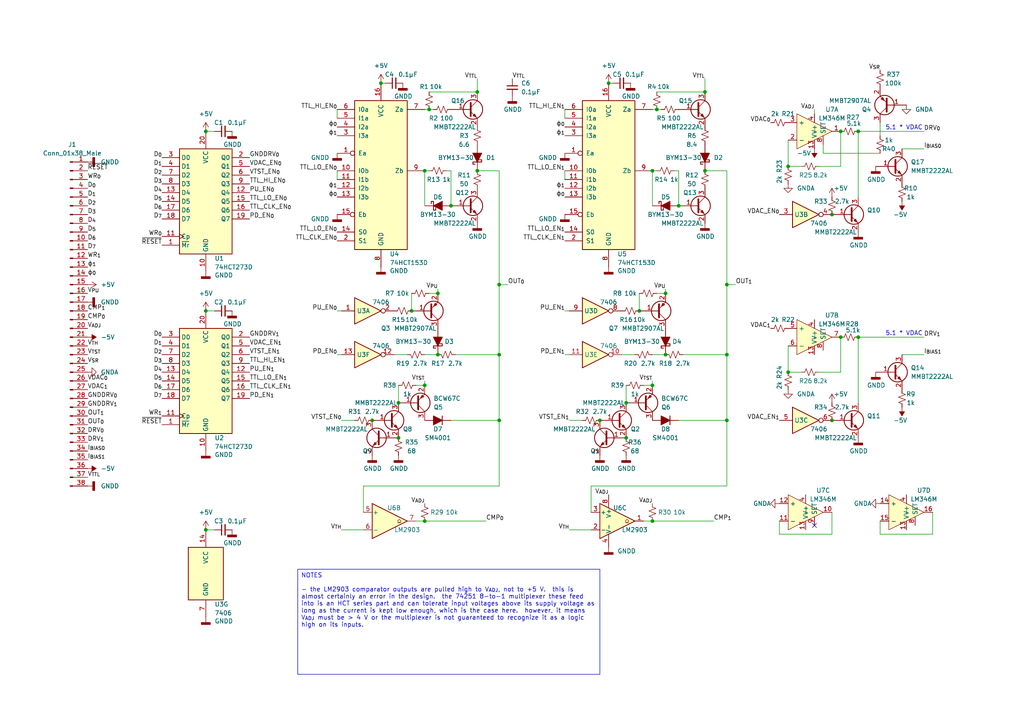
<source format=kicad_sch>
(kicad_sch (version 20231120) (generator "eeschema") (generator_version "8.0")
  (paper "A4")
  (title_block (title "ALLPRO88 Pin Driver Hybrid") (date "2024-10-10") (comment 1 "Drawn by Kipp Cannon"))
  (junction (at 110.49 24.13))
  (junction (at 189.23 151.13))
  (junction (at 138.43 26.67))
  (junction (at 115.57 127))
  (junction (at 144.78 121.92))
  (junction (at 228.6 48.26))
  (junction (at 204.47 49.53))
  (junction (at 127 85.09))
  (junction (at 181.61 116.84))
  (junction (at 228.6 107.95))
  (junction (at 189.23 49.53))
  (junction (at 144.78 102.87))
  (junction (at 204.47 26.67))
  (junction (at 176.53 24.13))
  (junction (at 123.19 151.13))
  (junction (at 241.3 121.92))
  (junction (at 190.5 31.75))
  (junction (at 173.99 121.92))
  (junction (at 193.04 102.87))
  (junction (at 181.61 127))
  (junction (at 144.78 82.55))
  (junction (at 138.43 49.53))
  (junction (at 59.69 90.17))
  (junction (at 127 102.87))
  (junction (at 210.82 82.55))
  (junction (at 243.84 97.79))
  (junction (at 123.19 111.76))
  (junction (at 210.82 121.92))
  (junction (at 130.81 59.69))
  (junction (at 189.23 111.76))
  (junction (at 115.57 116.84))
  (junction (at 248.92 38.1))
  (junction (at 241.3 62.23))
  (junction (at 124.46 31.75))
  (junction (at 243.84 38.1))
  (junction (at 59.69 153.67))
  (junction (at 193.04 85.09))
  (junction (at 185.42 90.17))
  (junction (at 196.85 59.69))
  (junction (at 123.19 49.53))
  (junction (at 119.38 90.17))
  (junction (at 210.82 102.87))
  (junction (at 248.92 97.79))
  (junction (at 59.69 38.1))
  (junction (at 107.95 121.92))
  (no_connect (at 236.22 152.4))
  (wire (pts (xy 186.69 111.76) (xy 189.23 111.76)))
  (wire (pts (xy 210.82 49.53) (xy 204.47 49.53)))
  (wire (pts (xy 144.78 49.53) (xy 144.78 82.55)))
  (wire (pts (xy 163.83 49.53) (xy 163.83 52.07)))
  (wire (pts (xy 226.06 151.13) (xy 226.06 154.94)))
  (wire (pts (xy 198.12 102.87) (xy 210.82 102.87)))
  (wire (pts (xy 232.41 48.26) (xy 228.6 48.26)))
  (wire (pts (xy 196.85 121.92) (xy 210.82 121.92)))
  (wire (pts (xy 248.92 97.79) (xy 248.92 116.84)))
  (wire (pts (xy 213.36 82.55) (xy 210.82 82.55)))
  (wire (pts (xy 165.1 153.67) (xy 171.45 153.67)))
  (wire (pts (xy 144.78 102.87) (xy 144.78 121.92)))
  (wire (pts (xy 255.27 35.56) (xy 255.27 39.37)))
  (wire (pts (xy 99.06 153.67) (xy 105.41 153.67)))
  (wire (pts (xy 255.27 154.94) (xy 270.51 154.94)))
  (wire (pts (xy 195.58 49.53) (xy 196.85 49.53)))
  (wire (pts (xy 196.85 49.53) (xy 196.85 59.69)))
  (wire (pts (xy 124.46 49.53) (xy 123.19 49.53)))
  (wire (pts (xy 248.92 38.1) (xy 248.92 57.15)))
  (wire (pts (xy 190.5 26.67) (xy 204.47 26.67)))
  (wire (pts (xy 130.81 49.53) (xy 129.54 49.53)))
  (wire (pts (xy 177.8 24.13) (xy 176.53 24.13)))
  (wire (pts (xy 189.23 102.87) (xy 193.04 102.87)))
  (wire (pts (xy 123.19 151.13) (xy 140.97 151.13)))
  (wire (pts (xy 163.83 102.87) (xy 165.1 102.87)))
  (wire (pts (xy 190.5 31.75) (xy 189.23 31.75)))
  (wire (pts (xy 210.82 102.87) (xy 210.82 121.92)))
  (wire (pts (xy 243.84 38.1) (xy 243.84 48.26)))
  (wire (pts (xy 210.82 49.53) (xy 210.82 82.55)))
  (wire (pts (xy 115.57 111.76) (xy 115.57 116.84)))
  (wire (pts (xy 118.11 102.87) (xy 114.3 102.87)))
  (wire (pts (xy 185.42 85.09) (xy 185.42 90.17)))
  (wire (pts (xy 62.23 153.67) (xy 59.69 153.67)))
  (wire (pts (xy 210.82 121.92) (xy 210.82 140.97)))
  (wire (pts (xy 62.23 90.17) (xy 59.69 90.17)))
  (wire (pts (xy 120.65 111.76) (xy 123.19 111.76)))
  (wire (pts (xy 125.73 31.75) (xy 124.46 31.75)))
  (wire (pts (xy 255.27 151.13) (xy 255.27 154.94)))
  (wire (pts (xy 189.23 151.13) (xy 186.69 151.13)))
  (wire (pts (xy 241.3 154.94) (xy 241.3 148.59)))
  (wire (pts (xy 190.5 49.53) (xy 189.23 49.53)))
  (wire (pts (xy 191.77 31.75) (xy 190.5 31.75)))
  (wire (pts (xy 124.46 31.75) (xy 123.19 31.75)))
  (wire (pts (xy 243.84 97.79) (xy 243.84 107.95)))
  (wire (pts (xy 111.76 24.13) (xy 110.49 24.13)))
  (wire (pts (xy 163.83 90.17) (xy 165.1 90.17)))
  (wire (pts (xy 210.82 82.55) (xy 210.82 102.87)))
  (wire (pts (xy 237.49 107.95) (xy 243.84 107.95)))
  (wire (pts (xy 123.19 59.69) (xy 123.19 49.53)))
  (wire (pts (xy 190.5 85.09) (xy 193.04 85.09)))
  (wire (pts (xy 99.06 121.92) (xy 102.87 121.92)))
  (wire (pts (xy 97.79 102.87) (xy 99.06 102.87)))
  (wire (pts (xy 189.23 59.69) (xy 189.23 49.53)))
  (wire (pts (xy 97.79 90.17) (xy 99.06 90.17)))
  (wire (pts (xy 97.79 49.53) (xy 97.79 52.07)))
  (wire (pts (xy 130.81 59.69) (xy 130.81 49.53)))
  (wire (pts (xy 138.43 22.86) (xy 138.43 26.67)))
  (wire (pts (xy 180.34 102.87) (xy 184.15 102.87)))
  (wire (pts (xy 189.23 110.49) (xy 189.23 111.76)))
  (wire (pts (xy 97.79 31.75) (xy 97.79 34.29)))
  (wire (pts (xy 181.61 111.76) (xy 181.61 116.84)))
  (wire (pts (xy 226.06 154.94) (xy 241.3 154.94)))
  (wire (pts (xy 270.51 154.94) (xy 270.51 148.59)))
  (wire (pts (xy 124.46 85.09) (xy 127 85.09)))
  (wire (pts (xy 236.22 31.75) (xy 236.22 33.02)))
  (wire (pts (xy 127 83.82) (xy 127 85.09)))
  (wire (pts (xy 147.32 82.55) (xy 144.78 82.55)))
  (wire (pts (xy 138.43 26.67) (xy 124.46 26.67)))
  (wire (pts (xy 171.45 140.97) (xy 171.45 148.59)))
  (wire (pts (xy 232.41 107.95) (xy 228.6 107.95)))
  (wire (pts (xy 105.41 140.97) (xy 144.78 140.97)))
  (wire (pts (xy 238.76 44.45) (xy 238.76 41.91)))
  (wire (pts (xy 119.38 85.09) (xy 119.38 90.17)))
  (wire (pts (xy 163.83 31.75) (xy 163.83 34.29)))
  (wire (pts (xy 165.1 121.92) (xy 168.91 121.92)))
  (wire (pts (xy 130.81 121.92) (xy 144.78 121.92)))
  (wire (pts (xy 193.04 83.82) (xy 193.04 85.09)))
  (wire (pts (xy 171.45 140.97) (xy 210.82 140.97)))
  (wire (pts (xy 228.6 107.95) (xy 228.6 100.33)))
  (wire (pts (xy 207.01 151.13) (xy 189.23 151.13)))
  (wire (pts (xy 267.97 102.87) (xy 261.62 102.87)))
  (wire (pts (xy 144.78 49.53) (xy 138.43 49.53)))
  (wire (pts (xy 144.78 121.92) (xy 144.78 140.97)))
  (wire (pts (xy 238.76 44.45) (xy 255.27 44.45)))
  (wire (pts (xy 123.19 110.49) (xy 123.19 111.76)))
  (wire (pts (xy 267.97 43.18) (xy 261.62 43.18)))
  (wire (pts (xy 228.6 48.26) (xy 228.6 40.64)))
  (wire (pts (xy 267.97 97.79) (xy 248.92 97.79)))
  (wire (pts (xy 132.08 102.87) (xy 144.78 102.87)))
  (wire (pts (xy 105.41 140.97) (xy 105.41 148.59)))
  (wire (pts (xy 204.47 22.86) (xy 204.47 26.67)))
  (wire (pts (xy 62.23 38.1) (xy 59.69 38.1)))
  (wire (pts (xy 267.97 38.1) (xy 248.92 38.1)))
  (wire (pts (xy 123.19 151.13) (xy 120.65 151.13)))
  (wire (pts (xy 144.78 82.55) (xy 144.78 102.87)))
  (wire (pts (xy 237.49 48.26) (xy 243.84 48.26)))
  (wire (pts (xy 123.19 102.87) (xy 127 102.87)))
  (text_box "NOTES\n\n- the LM2903 comparator outputs are pulled high to V_{ADJ}, not to +5 V.  this is almost certainly an error in the design.  the 74251 8-to-1 multiplexer these feed into is an HCT series part and can tolerate input voltages above its supply voltage as long as the current is kept low enough, which is the case here.  however, it means V_{ADJ} must be > 4 V or the multiplexer is not guaranteed to recognize it as a logic high on its inputs." (at 86.36 165.1 0) (size 87.63 30.48) (effects (font (size 1.27 1.27)) (justify left top)))
  (text "5.1 * VDAC" (at 256.794 97.536 0) (effects (font (size 1.27 1.27)) (justify left bottom)))
  (text "5.1 * VDAC" (at 256.794 37.846 0) (effects (font (size 1.27 1.27)) (justify left bottom)))
  (label "DRV_{1}" (at 267.97 97.79 0))
  (label "D_{4}" (at 25.4 64.77 0))
  (label "V_{TH}" (at 99.06 153.67 180))
  (label "~{RESET}" (at 46.99 123.19 180))
  (label "VDAC_EN_{0}" (at 226.06 62.23 180))
  (label "I_{BIAS}_{0}" (at 25.4 130.81 0))
  (label "GNDDRV_{1}" (at 25.4 118.11 0))
  (label "ϕ_{1}" (at 25.4 77.47 0))
  (label "D_{1}" (at 46.99 48.26 180))
  (label "TTL_CLK_EN_{1}" (at 72.39 113.03 0))
  (label "VTST_EN_{0}" (at 72.39 50.8 0))
  (label "TTL_LO_EN_{1}" (at 163.83 49.53 180))
  (label "VDAC_EN_{0}" (at 72.39 48.26 0))
  (label "I_{BIAS}_{1}" (at 267.97 102.87 0))
  (label "WR_{1}" (at 25.4 74.93 0))
  (label "D_{0}" (at 25.4 54.61 0))
  (label "D_{0}" (at 46.99 97.79 180))
  (label "ϕ_{0}" (at 163.83 57.15 180))
  (label "TTL_LO_EN_{1}" (at 163.83 67.31 180))
  (label "VTST_EN_{0}" (at 99.06 121.92 180))
  (label "ϕ_{0}" (at 97.79 36.83 180))
  (label "I_{BIAS}_{0}" (at 267.97 43.18 0))
  (label "D_{5}" (at 46.99 58.42 180))
  (label "V_{PU}" (at 127 83.82 180))
  (label "DRV_{1}" (at 25.4 128.27 0))
  (label "V_{ADJ}" (at 176.53 143.51 180))
  (label "GNDDRV_{1}" (at 72.39 97.79 0))
  (label "TTL_LO_EN_{0}" (at 97.79 49.53 180))
  (label "D_{7}" (at 46.99 115.57 180))
  (label "D_{2}" (at 25.4 59.69 0))
  (label "D_{6}" (at 46.99 113.03 180))
  (label "D_{6}" (at 46.99 60.96 180))
  (label "VTST_EN_{1}" (at 165.1 121.92 180))
  (label "CMP_{0}" (at 140.97 151.13 0))
  (label "V_{TTL}" (at 204.47 22.86 180))
  (label "DRV_{0}" (at 267.97 38.1 0))
  (label "TTL_HI_EN_{1}" (at 72.39 105.41 0))
  (label "TTL_LO_EN_{0}" (at 72.39 58.42 0))
  (label "V_{TTL}" (at 25.4 138.43 0))
  (label "ϕ_{1}" (at 97.79 39.37 180))
  (label "D_{6}" (at 25.4 69.85 0))
  (label "V_{TTL}" (at 138.43 22.86 180))
  (label "ϕ_{0}" (at 163.83 36.83 180))
  (label "ϕ_{1}" (at 163.83 54.61 180))
  (label "D_{7}" (at 25.4 72.39 0))
  (label "I_{BIAS}_{1}" (at 25.4 133.35 0))
  (label "D_{1}" (at 25.4 57.15 0))
  (label "V_{PU}" (at 25.4 85.09 0))
  (label "D_{7}" (at 46.99 63.5 180))
  (label "~{RESET}" (at 46.99 71.12 180))
  (label "VDAC_EN_{1}" (at 72.39 100.33 0))
  (label "TTL_HI_EN_{0}" (at 72.39 53.34 0))
  (label "D_{0}" (at 46.99 45.72 180))
  (label "V_{PU}" (at 193.04 83.82 180))
  (label "PU_EN_{1}" (at 163.83 90.17 180))
  (label "ϕ_{0}" (at 25.4 80.01 0))
  (label "VTST_EN_{1}" (at 72.39 102.87 0))
  (label "TTL_CLK_EN_{0}" (at 72.39 60.96 0))
  (label "D_{3}" (at 46.99 53.34 180))
  (label "D_{4}" (at 46.99 55.88 180))
  (label "D_{1}" (at 46.99 100.33 180))
  (label "TTL_LO_EN_{1}" (at 72.39 110.49 0))
  (label "VDAC_{1}" (at 25.4 113.03 0))
  (label "OUT_{0}" (at 147.32 82.55 0))
  (label "V_{TTL}" (at 148.59 22.86 0))
  (label "V_{SR}" (at 255.27 20.32 180))
  (label "VDAC_EN_{1}" (at 226.06 121.92 180))
  (label "PU_EN_{0}" (at 72.39 55.88 0))
  (label "V_{TST}" (at 189.23 110.49 180))
  (label "OUT_{0}" (at 25.4 123.19 0))
  (label "PU_EN_{1}" (at 72.39 107.95 0))
  (label "V_{ADJ}" (at 236.22 31.75 180))
  (label "ϕ_{1}" (at 97.79 54.61 180))
  (label "CMP_{0}" (at 25.4 92.71 0))
  (label "TTL_CLK_EN_{1}" (at 163.83 69.85 180))
  (label "CMP_{1}" (at 25.4 90.17 0))
  (label "VDAC_{0}" (at 25.4 110.49 0))
  (label "D_{3}" (at 25.4 62.23 0))
  (label "WR_{1}" (at 46.99 120.65 180))
  (label "V_{TST}" (at 123.19 110.49 180))
  (label "GNDDRV_{0}" (at 25.4 115.57 0))
  (label "VDAC_{0}" (at 223.52 35.56 180))
  (label "D_{5}" (at 25.4 67.31 0))
  (label "D_{5}" (at 46.99 110.49 180))
  (label "OUT_{1}" (at 213.36 82.55 0))
  (label "PD_EN_{0}" (at 97.79 102.87 180))
  (label "V_{ADJ}" (at 25.4 95.25 0))
  (label "V_{TH}" (at 165.1 153.67 180))
  (label "D_{2}" (at 46.99 50.8 180))
  (label "ϕ_{0}" (at 97.79 57.15 180))
  (label "CMP_{1}" (at 207.01 151.13 0))
  (label "PU_EN_{0}" (at 97.79 90.17 180))
  (label "WR_{0}" (at 25.4 52.07 0))
  (label "TTL_LO_EN_{0}" (at 97.79 67.31 180))
  (label "PD_EN_{1}" (at 163.83 102.87 180))
  (label "PD_EN_{0}" (at 72.39 63.5 0))
  (label "V_{TST}" (at 25.4 102.87 0))
  (label "D_{4}" (at 46.99 107.95 180))
  (label "TTL_CLK_EN_{0}" (at 97.79 69.85 180))
  (label "TTL_HI_EN_{0}" (at 97.79 31.75 180))
  (label "VDAC_{1}" (at 223.52 95.25 180))
  (label "TTL_HI_EN_{1}" (at 163.83 31.75 180))
  (label "GNDDRV_{0}" (at 72.39 45.72 0))
  (label "V_{SR}" (at 25.4 105.41 0))
  (label "D_{2}" (at 46.99 102.87 180))
  (label "WR_{0}" (at 46.99 68.58 180))
  (label "D_{3}" (at 46.99 105.41 180))
  (label "~{RESET}" (at 25.4 49.53 0))
  (label "DRV_{0}" (at 25.4 125.73 0))
  (label "PD_EN_{1}" (at 72.39 115.57 0))
  (label "V_{ADJ}" (at 189.23 146.05 180))
  (label "V_{ADJ}" (at 123.19 146.05 180))
  (label "V_{TH}" (at 25.4 100.33 0))
  (label "OUT_{1}" (at 25.4 120.65 0))
  (label "ϕ_{1}" (at 163.83 39.37 180))
  (symbol (lib_id "Device:Q_NPN_BEC") (at 259.08 107.95 0) (unit 1)
    (property "Reference" "Q14" (at 264.16 106.6799 0) (effects (justify left)))
    (property "Value" "MMBT2222AL" (at 264.16 109.2199 0) (effects (justify left)))
    (property "Footprint" "Package_TO_SOT_SMD:SOT-23" (effects (hide yes)))
  )
  (symbol (lib_id "Device:R_Small_US") (at 241.3 59.69 180) (unit 1)
    (property "Reference" "R33" (at 240.03 58.42 0) (effects (justify left)))
    (property "Value" "2.7k" (at 246.38 58.42 0) (effects (justify left)))
    (property "Footprint" "Resistor_SMD:R_0402_1005Metric" (effects (hide yes)))
  )
  (symbol (lib_id "power:+5V") (at 25.4 82.55 270) (unit 1)
    (property "Reference" "#PWR0103" (effects (hide yes)))
    (property "Value" "+5V" (at 29.21 82.5499 90) (effects (justify left)))
  )
  (symbol (lib_id "power:GNDD") (at 67.31 38.1 0) (unit 1)
    (property "Reference" "#PWR0121" (effects (hide yes)))
    (property "Value" "GNDD" (at 64.77 41.91 0) (effects (justify left)))
  )
  (symbol (lib_id "power:+5V") (at 59.69 38.1 0) (unit 1)
    (property "Reference" "#PWR0120" (effects (hide yes)))
    (property "Value" "+5V" (at 59.69 33.02 0))
  )
  (symbol (lib_id "74xx:74LS06") (at 233.68 121.92 0) (unit 3)
    (property "Reference" "U3" (at 232.41 121.92 0))
    (property "Value" "7406" (at 237.49 124.46 0))
    (property "Datasheet" "http://www.ti.com/lit/gpn/sn74LS06" (effects (hide yes)))
  )
  (symbol (lib_id "Device:D_Filled") (at 127 121.92 180) (unit 1)
    (property "Reference" "D7" (at 127 124.46 0))
    (property "Value" "SM4001" (at 127 127 0))
    (property "Footprint" "Diode_SMD:D_MELF" (effects (hide yes)))
  )
  (symbol (lib_id "74xx:74LS06") (at 106.68 102.87 0) (unit 6)
    (property "Reference" "U3" (at 105.41 102.87 0))
    (property "Value" "7406" (at 110.49 100.33 0))
    (property "Datasheet" "http://www.ti.com/lit/gpn/sn74LS06" (effects (hide yes)))
  )
  (symbol (lib_id "power:GNDD") (at 173.99 132.08 0) (unit 1)
    (property "Reference" "#PWR0147" (effects (hide yes)))
    (property "Value" "GNDD" (at 171.45 135.89 0) (effects (justify left)))
  )
  (symbol (lib_id "Device:Q_PNP_BEC") (at 124.46 90.17 0) (mirror x) (unit 1)
    (property "Reference" "Q3" (at 110.49 95.25 0) (effects (justify left)))
    (property "Value" "MMBT2907AL" (at 114.3 95.25 0) (effects (justify left)))
    (property "Footprint" "Package_TO_SOT_SMD:SOT-23" (effects (hide yes)))
  )
  (symbol (lib_id "Device:R_Small_US") (at 129.54 102.87 270) (mirror x) (unit 1)
    (property "Reference" "R17" (at 127 105.41 90))
    (property "Value" "2.7k" (at 132.08 105.41 90))
    (property "Footprint" "Resistor_SMD:R_0402_1005Metric" (effects (hide yes)))
  )
  (symbol (lib_id "Device:R_Small_US") (at 116.84 90.17 90) (unit 1)
    (property "Reference" "R15" (at 115.57 92.71 90))
    (property "Value" "10k" (at 119.38 92.71 90))
    (property "Footprint" "Resistor_SMD:R_0402_1005Metric" (effects (hide yes)))
  )
  (symbol (lib_id "power:GNDD") (at 67.31 153.67 0) (unit 1)
    (property "Reference" "#PWR0123" (effects (hide yes)))
    (property "Value" "GNDD" (at 64.77 157.48 0) (effects (justify left)))
  )
  (symbol (lib_id "power:GNDD") (at 138.43 64.77 0) (unit 1)
    (property "Reference" "#PWR0136" (effects (hide yes)))
    (property "Value" "GNDD" (at 135.89 68.58 0) (effects (justify left)))
  )
  (symbol (lib_id "Device:R_Small_US") (at 124.46 29.21 180) (unit 1)
    (property "Reference" "R1" (at 121.666 25.146 0) (effects (justify right)))
    (property "Value" "10k" (at 128.27 25.146 0) (effects (justify left)))
    (property "Footprint" "Resistor_SMD:R_0402_1005Metric" (effects (hide yes)))
  )
  (symbol (lib_id "74xx:74LS06") (at 233.68 62.23 0) (unit 2)
    (property "Reference" "U3" (at 232.41 62.23 0))
    (property "Value" "7406" (at 237.49 64.77 0))
    (property "Datasheet" "http://www.ti.com/lit/gpn/sn74LS06" (effects (hide yes)))
  )
  (symbol (lib_id "Device:R_Small_US") (at 204.47 52.07 0) (unit 1)
    (property "Reference" "R12" (at 200.66 50.8 0))
    (property "Value" "50" (at 200.66 53.34 0))
    (property "Footprint" "Resistor_SMD:R_0402_1005Metric" (effects (hide yes)))
  )
  (symbol (lib_id "Device:Q_PNP_BEC") (at 120.65 116.84 0) (mirror x) (unit 1)
    (property "Reference" "Q5" (at 125.73 118.11 0) (effects (justify left)))
    (property "Value" "BCW67C" (at 125.73 115.57 0) (effects (justify left)))
    (property "Footprint" "Package_TO_SOT_SMD:SOT-23" (effects (hide yes)))
  )
  (symbol (lib_id "Device:R_Small_US") (at 255.27 41.91 180) (unit 1)
    (property "Reference" "R40" (at 257.81 43.18 0))
    (property "Value" "1k" (at 257.81 40.64 0))
    (property "Footprint" "Resistor_SMD:R_0402_1005Metric" (effects (hide yes)))
  )
  (symbol (lib_id "power:GNDD") (at 59.69 179.07 0) (unit 1)
    (property "Reference" "#PWR0122" (effects (hide yes)))
    (property "Value" "GNDD" (at 62.23 180.1494 0) (effects (justify left)))
  )
  (symbol (lib_id "power:+5V") (at 241.3 116.84 0) (unit 1)
    (property "Reference" "#PWR0149" (effects (hide yes)))
    (property "Value" "+5V" (at 243.84 114.3 0))
  )
  (symbol (lib_id "power:+5V") (at 59.69 153.67 0) (unit 1)
    (property "Reference" "#PWR0124" (effects (hide yes)))
    (property "Value" "+5V" (at 59.69 148.59 0))
  )
  (symbol (lib_id "Device:C_Small") (at 64.77 38.1 90) (unit 1)
    (property "Reference" "C1" (at 64.77 35.56 90) (effects (justify left)))
    (property "Value" "0.1μF" (at 71.628 35.56 90) (effects (justify left)))
    (property "Footprint" "Capacitor_SMD:C_0805_2012Metric" (effects (hide yes)))
  )
  (symbol (lib_id "Device:Q_PNP_BEC") (at 186.69 116.84 0) (mirror x) (unit 1)
    (property "Reference" "Q6" (at 191.77 118.11 0) (effects (justify left)))
    (property "Value" "BCW67C" (at 191.77 115.57 0) (effects (justify left)))
    (property "Footprint" "Package_TO_SOT_SMD:SOT-23" (effects (hide yes)))
  )
  (symbol (lib_id "Device:R_Small_US") (at 261.62 55.88 180) (unit 1)
    (property "Reference" "R10" (at 264.16 54.61 0))
    (property "Value" "1k" (at 264.16 57.15 0))
    (property "Footprint" "Resistor_SMD:R_0402_1005Metric" (effects (hide yes)))
  )
  (symbol (lib_id "pin_driver:LM346") (at 261.62 148.59 0) (unit 4)
    (property "Reference" "U7" (at 267.97 142.24 0))
    (property "Value" "LM346M" (at 267.97 144.78 0))
    (property "Footprint" "Package_SO:SOIC-16_3.9x9.9mm_P1.27mm" (effects (hide yes)))
  )
  (symbol (lib_id "Comparator:LM393") (at 179.07 151.13 0) (unit 1)
    (property "Reference" "U6" (effects (hide yes)))
    (property "Value" "LM2903" (effects (hide yes)))
    (property "Footprint" "Package_SO:SOIC-8_3.9x4.9mm_P1.27mm" (effects (hide yes)))
    (property "Datasheet" "http://www.ti.com/lit/ds/symlink/lm393.pdf" (effects (hide yes)))
  )
  (symbol (lib_id "power:GNDD") (at 67.31 90.17 0) (unit 1)
    (property "Reference" "#PWR0126" (effects (hide yes)))
    (property "Value" "GNDD" (at 64.77 93.98 0) (effects (justify left)))
  )
  (symbol (lib_id "power:GNDD") (at 163.83 62.23 0) (unit 1)
    (property "Reference" "#PWR0112" (effects (hide yes)))
    (property "Value" "GNDD" (at 156.21 63.5 0) (effects (justify left)))
  )
  (symbol (lib_id "power:-5V") (at 261.62 58.42 180) (unit 1)
    (property "Reference" "#PWR0135" (effects (hide yes)))
    (property "Value" "-5V" (at 259.08 62.23 0) (effects (justify right)))
  )
  (symbol (lib_id "power:+5V") (at 241.3 57.15 0) (unit 1)
    (property "Reference" "#PWR0148" (effects (hide yes)))
    (property "Value" "+5V" (at 243.84 54.61 0))
  )
  (symbol (lib_id "Comparator:LM393") (at 113.03 151.13 0) (unit 2)
    (property "Reference" "U6" (at 114.3 147.32 0))
    (property "Value" "LM2903" (at 118.11 153.67 0))
    (property "Datasheet" "http://www.ti.com/lit/ds/symlink/lm393.pdf" (effects (hide yes)))
  )
  (symbol (lib_id "power:GNDD") (at 59.69 130.81 0) (unit 1)
    (property "Reference" "#PWR0130" (effects (hide yes)))
    (property "Value" "GNDD" (at 62.23 131.8894 0) (effects (justify left)))
  )
  (symbol (lib_id "Device:Q_NPN_BEC") (at 110.49 127 0) (mirror y) (unit 1)
    (property "Reference" "Q9" (at 107.95 130.81 0) (effects (justify left)))
    (property "Value" "MMBT2222AL" (at 106.68 124.46 0) (effects (justify left)))
    (property "Footprint" "Package_TO_SOT_SMD:SOT-23" (effects (hide yes)))
  )
  (symbol (lib_id "power:-5V") (at 261.62 118.11 180) (unit 1)
    (property "Reference" "#PWR0134" (effects (hide yes)))
    (property "Value" "-5V" (at 259.08 121.92 0) (effects (justify right)))
  )
  (symbol (lib_id "74xx:74LS153") (at 110.49 49.53 0) (unit 1)
    (property "Reference" "U4" (at 113.03 73.66 0) (effects (justify left)))
    (property "Value" "74HCT153D" (at 113.03 76.2 0) (effects (justify left)))
    (property "Footprint" "Package_SO:SOIC-16_3.9x9.9mm_P1.27mm" (effects (hide yes)))
    (property "Datasheet" "http://www.ti.com/lit/gpn/sn74LS153" (effects (hide yes)))
  )
  (symbol (lib_id "Device:R_Small_US") (at 123.19 148.59 180) (unit 1)
    (property "Reference" "R29" (at 126.746 148.59 0))
    (property "Value" "10k" (at 131.064 148.59 0))
    (property "Footprint" "Resistor_SMD:R_0402_1005Metric" (effects (hide yes)))
  )
  (symbol (lib_id "Device:R_Small_US") (at 234.95 48.26 90) (unit 1)
    (property "Reference" "R25" (at 233.68 50.8 90))
    (property "Value" "8.2k" (at 237.998 50.8 90))
    (property "Footprint" "Resistor_SMD:R_0402_1005Metric" (effects (hide yes)))
  )
  (symbol (lib_id "Device:R_Small_US") (at 138.43 52.07 0) (unit 1)
    (property "Reference" "R11" (at 134.62 50.8 0))
    (property "Value" "50" (at 134.62 53.34 0))
    (property "Footprint" "Resistor_SMD:R_0402_1005Metric" (effects (hide yes)))
  )
  (symbol (lib_id "74xx:74HCT273") (at 59.69 58.42 0) (unit 1)
    (property "Reference" "U1" (at 62.23 74.93 0) (effects (justify left)))
    (property "Value" "74HCT273D" (at 62.23 77.47 0) (effects (justify left)))
    (property "Footprint" "Package_SO:SOIC-20W_7.5x12.8mm_P1.27mm" (effects (hide yes)))
    (property "Datasheet" "https://assets.nexperia.com/documents/data-sheet/74HC_HCT273.pdf" (effects (hide yes)))
  )
  (symbol (lib_id "power:GNDD") (at 97.79 44.45 0) (unit 1)
    (property "Reference" "#PWR0118" (effects (hide yes)))
    (property "Value" "GNDD" (at 90.17 45.72 0) (effects (justify left)))
  )
  (symbol (lib_id "power:GNDA") (at 226.06 146.05 270) (unit 1)
    (property "Reference" "#PWR0128" (effects (hide yes)))
    (property "Value" "GNDA" (at 218.44 146.05 90) (effects (justify left)))
  )
  (symbol (lib_id "Device:Q_NPN_BEC") (at 179.07 121.92 0) (unit 1)
    (property "Reference" "Q2" (at 182.88 124.46 0) (effects (justify left)))
    (property "Value" "MMBT2222AL" (at 168.91 116.84 0) (effects (justify left)))
    (property "Footprint" "Package_TO_SOT_SMD:SOT-23" (effects (hide yes)))
  )
  (symbol (lib_id "74xx:74LS06") (at 106.68 90.17 0) (unit 1)
    (property "Reference" "U3" (at 105.41 90.17 0))
    (property "Value" "7406" (at 110.49 87.63 0))
    (property "Datasheet" "http://www.ti.com/lit/gpn/sn74LS06" (effects (hide yes)))
  )
  (symbol (lib_id "power:GNDD") (at 254 48.26 0) (unit 1)
    (property "Reference" "#PWR0132" (effects (hide yes)))
    (property "Value" "GNDD" (at 251.46 52.07 0) (effects (justify left)))
  )
  (symbol (lib_id "power:GNDD") (at 115.57 132.08 0) (unit 1)
    (property "Reference" "#PWR0144" (effects (hide yes)))
    (property "Value" "GNDD" (at 113.03 135.89 0) (effects (justify left)))
  )
  (symbol (lib_id "74xx:74HCT273") (at 59.69 110.49 0) (unit 1)
    (property "Reference" "U2" (at 62.23 127 0) (effects (justify left)))
    (property "Value" "74HCT273D" (at 62.23 129.54 0) (effects (justify left)))
    (property "Footprint" "Package_SO:SOIC-20W_7.5x12.8mm_P1.27mm" (effects (hide yes)))
    (property "Datasheet" "https://assets.nexperia.com/documents/data-sheet/74HC_HCT273.pdf" (effects (hide yes)))
  )
  (symbol (lib_id "power:GNDD") (at 25.4 87.63 90) (unit 1)
    (property "Reference" "#PWR0102" (effects (hide yes)))
    (property "Value" "GNDD" (at 29.21 87.6299 90) (effects (justify right)))
  )
  (symbol (lib_id "power:GNDD") (at 176.53 77.47 0) (unit 1)
    (property "Reference" "#PWR0114" (effects (hide yes)))
    (property "Value" "GNDD" (at 179.07 78.5494 0) (effects (justify left)))
  )
  (symbol (lib_id "Device:Q_NPN_BEC") (at 201.93 31.75 0) (unit 1)
    (property "Reference" "Q15" (at 196.85 29.21 0) (effects (justify left)))
    (property "Value" "MMBT2222AL" (at 191.77 36.83 0) (effects (justify left)))
    (property "Footprint" "Package_TO_SOT_SMD:SOT-23" (effects (hide yes)))
  )
  (symbol (lib_id "Device:C_Small") (at 180.34 24.13 90) (unit 1)
    (property "Reference" "C5" (at 180.34 21.59 90) (effects (justify left)))
    (property "Value" "0.1μF" (at 186.944 21.59 90) (effects (justify left)))
    (property "Footprint" "Capacitor_SMD:C_0805_2012Metric" (effects (hide yes)))
  )
  (symbol (lib_id "Device:Q_NPN_BEC") (at 176.53 127 0) (mirror y) (unit 1)
    (property "Reference" "Q1" (at 173.99 130.81 0) (effects (justify left)))
    (property "Value" "MMBT2222AL" (at 172.72 124.46 0) (effects (justify left)))
    (property "Footprint" "Package_TO_SOT_SMD:SOT-23" (effects (hide yes)))
  )
  (symbol (lib_id "Device:R_Small_US") (at 118.11 111.76 90) (unit 1)
    (property "Reference" "R38" (at 113.03 111.76 90))
    (property "Value" "1k" (at 118.11 114.3 90))
    (property "Footprint" "Resistor_SMD:R_0402_1005Metric" (effects (hide yes)))
  )
  (symbol (lib_id "Device:R_Small_US") (at 228.6 50.8 0) (unit 1)
    (property "Reference" "R23" (at 226.06 48.26 90))
    (property "Value" "2k" (at 226.06 52.07 90))
    (property "Footprint" "Resistor_SMD:R_0402_1005Metric" (effects (hide yes)))
  )
  (symbol (lib_id "power:GNDD") (at 59.69 78.74 0) (unit 1)
    (property "Reference" "#PWR0117" (effects (hide yes)))
    (property "Value" "GNDD" (at 62.23 79.8194 0) (effects (justify left)))
  )
  (symbol (lib_id "Device:R_Small_US") (at 194.31 31.75 90) (unit 1)
    (property "Reference" "R5" (at 191.77 34.29 90))
    (property "Value" "100" (at 195.58 34.29 90))
    (property "Footprint" "Resistor_SMD:R_0402_1005Metric" (effects (hide yes)))
  )
  (symbol (lib_id "power:GNDD") (at 107.95 132.08 0) (unit 1)
    (property "Reference" "#PWR0143" (effects (hide yes)))
    (property "Value" "GNDD" (at 105.41 135.89 0) (effects (justify left)))
  )
  (symbol (lib_id "Device:R_Small_US") (at 226.06 35.56 270) (unit 1)
    (property "Reference" "R21" (at 228.6 33.02 90))
    (property "Value" "2k" (at 224.79 33.02 90))
    (property "Footprint" "Resistor_SMD:R_0402_1005Metric" (effects (hide yes)))
  )
  (symbol (lib_id "power:GNDA") (at 255.27 146.05 270) (unit 1)
    (property "Reference" "#PWR0127" (effects (hide yes)))
    (property "Value" "GNDA" (at 247.65 146.05 90) (effects (justify left)))
  )
  (symbol (lib_id "power:GNDA") (at 228.6 113.03 0) (unit 1)
    (property "Reference" "#PWR0138" (effects (hide yes)))
    (property "Value" "GNDA" (at 231.14 114.2999 0) (effects (justify left)))
  )
  (symbol (lib_id "Device:D_Schottky_Filled") (at 127 99.06 90) (unit 1)
    (property "Reference" "D3" (at 130.302 99.06 90))
    (property "Value" "BYM13-30" (at 119.888 99.06 90))
    (property "Footprint" "Diode_SMD:D_MELF" (effects (hide yes)))
  )
  (symbol (lib_id "Device:R_Small_US") (at 187.96 85.09 90) (unit 1)
    (property "Reference" "R8" (at 179.07 85.09 90))
    (property "Value" "10k" (at 182.88 85.09 90))
    (property "Footprint" "Resistor_SMD:R_0402_1005Metric" (effects (hide yes)))
  )
  (symbol (lib_id "Device:R_Small_US") (at 241.3 119.38 180) (unit 1)
    (property "Reference" "R34" (at 240.03 118.11 0) (effects (justify left)))
    (property "Value" "2.7k" (at 246.38 118.11 0) (effects (justify left)))
    (property "Footprint" "Resistor_SMD:R_0402_1005Metric" (effects (hide yes)))
  )
  (symbol (lib_id "Device:C_Small") (at 64.77 90.17 90) (unit 1)
    (property "Reference" "C2" (at 64.77 87.63 90) (effects (justify left)))
    (property "Value" "0.1μF" (at 71.628 87.63 90) (effects (justify left)))
    (property "Footprint" "Capacitor_SMD:C_0805_2012Metric" (effects (hide yes)))
  )
  (symbol (lib_id "Device:R_Small_US") (at 226.06 95.25 270) (unit 1)
    (property "Reference" "R22" (at 228.6 92.71 90))
    (property "Value" "2k" (at 224.79 92.71 90))
    (property "Footprint" "Resistor_SMD:R_0402_1005Metric" (effects (hide yes)))
  )
  (symbol (lib_id "power:GNDD") (at 182.88 24.13 0) (unit 1)
    (property "Reference" "#PWR0115" (effects (hide yes)))
    (property "Value" "GNDD" (at 180.34 27.94 0) (effects (justify left)))
  )
  (symbol (lib_id "74xx:74LS153") (at 176.53 49.53 0) (unit 1)
    (property "Reference" "U5" (at 179.07 73.66 0) (effects (justify left)))
    (property "Value" "74HCT153D" (at 179.07 76.2 0) (effects (justify left)))
    (property "Footprint" "Package_SO:SOIC-16_3.9x9.9mm_P1.27mm" (effects (hide yes)))
    (property "Datasheet" "http://www.ti.com/lit/gpn/sn74LS153" (effects (hide yes)))
  )
  (symbol (lib_id "Device:Q_PNP_BEC") (at 257.81 30.48 180) (unit 1)
    (property "Reference" "Q4" (at 252.73 31.75 0) (effects (justify left)))
    (property "Value" "MMBT2907AL" (at 252.73 29.2099 0) (effects (justify left)))
    (property "Footprint" "Package_TO_SOT_SMD:SOT-23" (effects (hide yes)))
  )
  (symbol (lib_id "Device:R_Small_US") (at 246.38 97.79 90) (unit 1)
    (property "Reference" "R28" (at 247.142 93.98 90))
    (property "Value" "5.1k" (at 247.396 95.758 90))
    (property "Footprint" "Resistor_SMD:R_0402_1005Metric" (effects (hide yes)))
  )
  (symbol (lib_id "Device:R_Small_US") (at 181.61 129.54 0) (unit 1)
    (property "Reference" "R36" (at 184.15 128.27 0))
    (property "Value" "68" (at 184.15 130.81 0))
    (property "Footprint" "Resistor_SMD:R_0402_1005Metric" (effects (hide yes)))
  )
  (symbol (lib_id "power:GNDD") (at 97.79 62.23 0) (unit 1)
    (property "Reference" "#PWR0119" (effects (hide yes)))
    (property "Value" "GNDD" (at 90.17 63.5 0) (effects (justify left)))
  )
  (symbol (lib_id "power:GNDD") (at 25.4 140.97 90) (unit 1)
    (property "Reference" "#PWR0106" (effects (hide yes)))
    (property "Value" "GNDD" (at 29.21 140.9699 90) (effects (justify right)))
  )
  (symbol (lib_id "Device:Q_NPN_BEC") (at 259.08 48.26 0) (unit 1)
    (property "Reference" "Q17" (at 264.16 46.9899 0) (effects (justify left)))
    (property "Value" "MMBT2222AL" (at 264.16 49.5299 0) (effects (justify left)))
    (property "Footprint" "Package_TO_SOT_SMD:SOT-23" (effects (hide yes)))
  )
  (symbol (lib_id "power:-5V") (at 236.22 43.18 180) (unit 1)
    (property "Reference" "#PWR0129" (effects (hide yes)))
    (property "Value" "-5V" (at 231.14 44.45 0) (effects (justify right)))
  )
  (symbol (lib_id "power:GNDD") (at 25.4 46.99 90) (unit 1)
    (property "Reference" "#PWR0101" (effects (hide yes)))
    (property "Value" "GNDD" (at 29.21 46.9899 90) (effects (justify right)))
  )
  (symbol (lib_id "pin_driver:LM346") (at 232.41 148.59 0) (unit 3)
    (property "Reference" "U7" (at 238.76 142.24 0))
    (property "Value" "LM346M" (at 238.76 144.78 0))
    (property "Footprint" "Package_SO:SOIC-16_3.9x9.9mm_P1.27mm" (effects (hide yes)))
  )
  (symbol (lib_id "Device:R_Small_US") (at 189.23 148.59 180) (unit 1)
    (property "Reference" "R30" (at 192.786 148.59 0))
    (property "Value" "10k" (at 197.104 148.59 0))
    (property "Footprint" "Resistor_SMD:R_0402_1005Metric" (effects (hide yes)))
  )
  (symbol (lib_id "power:GNDA") (at 25.4 107.95 90) (unit 1)
    (property "Reference" "#PWR0108" (effects (hide yes)))
    (property "Value" "GNDA" (at 29.21 107.9499 90) (effects (justify right)))
  )
  (symbol (lib_id "power:+5V") (at 59.69 90.17 0) (unit 1)
    (property "Reference" "#PWR0125" (effects (hide yes)))
    (property "Value" "+5V" (at 59.69 85.09 0))
  )
  (symbol (lib_id "power:GNDD") (at 163.83 44.45 0) (unit 1)
    (property "Reference" "#PWR0113" (effects (hide yes)))
    (property "Value" "GNDD" (at 156.21 45.72 0) (effects (justify left)))
  )
  (symbol (lib_id "Device:R_Small_US") (at 115.57 129.54 0) (unit 1)
    (property "Reference" "R35" (at 119.38 128.27 0))
    (property "Value" "68" (at 119.38 130.81 0))
    (property "Footprint" "Resistor_SMD:R_0402_1005Metric" (effects (hide yes)))
  )
  (symbol (lib_id "Device:D_Schottky_Filled") (at 193.04 99.06 90) (unit 1)
    (property "Reference" "D4" (at 196.342 99.06 90))
    (property "Value" "BYM13-30" (at 186.182 99.06 90))
    (property "Footprint" "Diode_SMD:D_MELF" (effects (hide yes)))
  )
  (symbol (lib_id "74xx:74LS06") (at 59.69 166.37 0) (unit 7)
    (property "Reference" "U3" (at 62.23 175.26 0) (effects (justify left)))
    (property "Value" "7406" (at 62.23 177.8 0) (effects (justify left)))
    (property "Footprint" "Package_SO:SOIC-14_3.9x8.7mm_P1.27mm" (effects (hide yes)))
    (property "Datasheet" "http://www.ti.com/lit/gpn/sn74LS06" (effects (hide yes)))
  )
  (symbol (lib_id "power:GNDD") (at 254 107.95 0) (unit 1)
    (property "Reference" "#PWR0133" (effects (hide yes)))
    (property "Value" "GNDD" (at 251.46 111.76 0) (effects (justify left)))
  )
  (symbol (lib_id "power:+5V") (at 176.53 24.13 0) (unit 1)
    (property "Reference" "#PWR0116" (effects (hide yes)))
    (property "Value" "+5V" (at 176.53 19.05 0))
  )
  (symbol (lib_id "Device:Q_NPN_BEC") (at 246.38 62.23 0) (unit 1)
    (property "Reference" "Q10" (at 251.46 60.9599 0) (effects (justify left)))
    (property "Value" "MMBT2222AL" (at 236.22 67.31 0) (effects (justify left)))
    (property "Footprint" "Package_TO_SOT_SMD:SOT-23" (effects (hide yes)))
  )
  (symbol (lib_id "Device:R_Small_US") (at 195.58 102.87 270) (mirror x) (unit 1)
    (property "Reference" "R18" (at 193.04 105.41 90))
    (property "Value" "2.7k" (at 198.12 105.41 90))
    (property "Footprint" "Resistor_SMD:R_0402_1005Metric" (effects (hide yes)))
  )
  (symbol (lib_id "power:GNDD") (at 176.53 158.75 0) (unit 1)
    (property "Reference" "#PWR0131" (effects (hide yes)))
    (property "Value" "GNDD" (at 179.07 159.8294 0) (effects (justify left)))
  )
  (symbol (lib_id "Device:D_Schottky_Filled") (at 193.04 59.69 0) (unit 1)
    (property "Reference" "D5" (at 193.04 57.15 0))
    (property "Value" "BYM13-30" (at 193.04 62.23 0))
    (property "Footprint" "Diode_SMD:D_MELF" (effects (hide yes)))
  )
  (symbol (lib_id "Device:R_Small_US") (at 204.47 39.37 0) (unit 1)
    (property "Reference" "R6" (at 200.66 39.37 0))
    (property "Value" "8.4" (at 200.66 41.91 0))
    (property "Footprint" "Resistor_SMD:R_0402_1005Metric" (effects (hide yes)))
  )
  (symbol (lib_id "power:GNDA") (at 262.89 30.48 0) (unit 1)
    (property "Reference" "#PWR0150" (effects (hide yes)))
    (property "Value" "GNDA" (at 265.43 31.7499 0) (effects (justify left)))
  )
  (symbol (lib_id "Device:R_Small_US") (at 127 49.53 90) (unit 1)
    (property "Reference" "R13" (at 125.73 52.07 90))
    (property "Value" "1k" (at 129.54 52.07 90))
    (property "Footprint" "Resistor_SMD:R_0402_1005Metric" (effects (hide yes)))
  )
  (symbol (lib_id "power:GNDD") (at 248.92 67.31 0) (unit 1)
    (property "Reference" "#PWR0142" (effects (hide yes)))
    (property "Value" "GNDD" (at 246.38 71.12 0) (effects (justify left)))
  )
  (symbol (lib_id "power:GNDD") (at 148.59 27.94 0) (unit 1)
    (property "Reference" "#PWR0107" (effects (hide yes)))
    (property "Value" "GNDD" (at 146.05 31.75 0) (effects (justify left)))
  )
  (symbol (lib_id "Connector:Conn_01x38_Male") (at 20.32 92.71 0) (unit 1)
    (property "Reference" "J1" (at 20.955 41.91 0))
    (property "Value" "Conn_01x38_Male" (at 20.955 44.45 0))
  )
  (symbol (lib_id "Device:R_Small_US") (at 246.38 38.1 90) (unit 1)
    (property "Reference" "R27" (at 247.396 34.036 90))
    (property "Value" "5.1k" (at 247.65 35.814 90))
    (property "Footprint" "Resistor_SMD:R_0402_1005Metric" (effects (hide yes)))
  )
  (symbol (lib_id "Device:R_Small_US") (at 120.65 102.87 270) (mirror x) (unit 1)
    (property "Reference" "R19" (at 116.84 105.41 90))
    (property "Value" "2.7k" (at 121.92 105.41 90))
    (property "Footprint" "Resistor_SMD:R_0402_1005Metric" (effects (hide yes)))
  )
  (symbol (lib_id "power:-5V") (at 25.4 135.89 270) (unit 1)
    (property "Reference" "#PWR0105" (effects (hide yes)))
    (property "Value" "-5V" (at 29.21 135.8899 90) (effects (justify left)))
  )
  (symbol (lib_id "Device:R_Small_US") (at 171.45 121.92 90) (unit 1)
    (property "Reference" "R32" (at 168.91 119.38 90))
    (property "Value" "2.7k" (at 173.99 119.38 90))
    (property "Footprint" "Resistor_SMD:R_0402_1005Metric" (effects (hide yes)))
  )
  (symbol (lib_id "Device:Q_NPN_BEC") (at 135.89 59.69 0) (unit 1)
    (property "Reference" "Q12" (at 132.08 55.88 0) (effects (justify left)))
    (property "Value" "MMBT2222AL" (at 125.73 64.77 0) (effects (justify left)))
    (property "Footprint" "Package_TO_SOT_SMD:SOT-23" (effects (hide yes)))
  )
  (symbol (lib_id "Device:R_Small_US") (at 255.27 22.86 0) (unit 1)
    (property "Reference" "R37" (at 259.08 21.59 0))
    (property "Value" "100k" (at 259.08 24.13 0))
    (property "Footprint" "Resistor_SMD:R_0402_1005Metric" (effects (hide yes)))
  )
  (symbol (lib_id "74xx:74LS06") (at 172.72 90.17 0) (unit 4)
    (property "Reference" "U3" (at 171.45 90.17 0))
    (property "Value" "7406" (at 176.53 87.63 0))
    (property "Datasheet" "http://www.ti.com/lit/gpn/sn74LS06" (effects (hide yes)))
  )
  (symbol (lib_id "Device:C_Small") (at 64.77 153.67 90) (unit 1)
    (property "Reference" "C3" (at 64.77 151.13 90) (effects (justify left)))
    (property "Value" "0.1μF" (at 71.628 151.13 90) (effects (justify left)))
    (property "Footprint" "Capacitor_SMD:C_0805_2012Metric" (effects (hide yes)))
  )
  (symbol (lib_id "Device:R_Small_US") (at 105.41 121.92 90) (unit 1)
    (property "Reference" "R31" (at 102.87 119.38 90))
    (property "Value" "2.7k" (at 107.95 119.38 90))
    (property "Footprint" "Resistor_SMD:R_0402_1005Metric" (effects (hide yes)))
  )
  (symbol (lib_id "Device:R_Small_US") (at 128.27 31.75 90) (unit 1)
    (property "Reference" "R2" (at 125.73 34.29 90))
    (property "Value" "100" (at 129.54 34.29 90))
    (property "Footprint" "Resistor_SMD:R_0402_1005Metric" (effects (hide yes)))
  )
  (symbol (lib_id "Device:D_Schottky_Filled") (at 127 59.69 0) (unit 1)
    (property "Reference" "D6" (at 127 57.15 0))
    (property "Value" "BYM13-30" (at 127 62.23 0))
    (property "Footprint" "Diode_SMD:D_MELF" (effects (hide yes)))
  )
  (symbol (lib_id "power:-5V") (at 25.4 97.79 270) (unit 1)
    (property "Reference" "#PWR0104" (effects (hide yes)))
    (property "Value" "-5V" (at 29.21 97.7899 90) (effects (justify left)))
  )
  (symbol (lib_id "power:GNDD") (at 116.84 24.13 0) (unit 1)
    (property "Reference" "#PWR0109" (effects (hide yes)))
    (property "Value" "GNDD" (at 114.3 27.94 0) (effects (justify left)))
  )
  (symbol (lib_id "Device:Q_NPN_BEC") (at 246.38 121.92 0) (unit 1)
    (property "Reference" "Q11" (at 251.46 120.6499 0) (effects (justify left)))
    (property "Value" "MMBT2222AL" (at 236.22 127 0) (effects (justify left)))
    (property "Footprint" "Package_TO_SOT_SMD:SOT-23" (effects (hide yes)))
  )
  (symbol (lib_id "Device:Q_NPN_BEC") (at 135.89 31.75 0) (unit 1)
    (property "Reference" "Q16" (at 130.81 29.21 0) (effects (justify left)))
    (property "Value" "MMBT2222AL" (at 125.73 36.83 0) (effects (justify left)))
    (property "Footprint" "Package_TO_SOT_SMD:SOT-23" (effects (hide yes)))
  )
  (symbol (lib_id "Device:C_Small") (at 148.59 25.4 0) (unit 1)
    (property "Reference" "C6" (at 151.13 24.1362 0) (effects (justify left)))
    (property "Value" "0.1μF" (at 151.13 26.6762 0) (effects (justify left)))
    (property "Footprint" "Capacitor_SMD:C_0805_2012Metric" (effects (hide yes)))
  )
  (symbol (lib_id "power:GNDD") (at 110.49 77.47 0) (unit 1)
    (property "Reference" "#PWR0110" (effects (hide yes)))
    (property "Value" "GNDD" (at 113.03 78.5494 0) (effects (justify left)))
  )
  (symbol (lib_id "Device:Q_NPN_BEC") (at 113.03 121.92 0) (unit 1)
    (property "Reference" "Q8" (at 116.84 124.46 0) (effects (justify left)))
    (property "Value" "MMBT2222AL" (at 102.87 116.84 0) (effects (justify left)))
    (property "Footprint" "Package_TO_SOT_SMD:SOT-23" (effects (hide yes)))
  )
  (symbol (lib_id "power:GNDA") (at 228.6 53.34 0) (unit 1)
    (property "Reference" "#PWR0139" (effects (hide yes)))
    (property "Value" "GNDA" (at 231.14 54.6099 0) (effects (justify left)))
  )
  (symbol (lib_id "Device:R_Small_US") (at 184.15 111.76 90) (unit 1)
    (property "Reference" "R39" (at 179.07 111.76 90))
    (property "Value" "1k" (at 184.15 114.3 90))
    (property "Footprint" "Resistor_SMD:R_0402_1005Metric" (effects (hide yes)))
  )
  (symbol (lib_id "Device:R_Small_US") (at 186.69 102.87 270) (mirror x) (unit 1)
    (property "Reference" "R20" (at 182.88 105.41 90))
    (property "Value" "2.7k" (at 187.96 105.41 90))
    (property "Footprint" "Resistor_SMD:R_0402_1005Metric" (effects (hide yes)))
  )
  (symbol (lib_id "Device:R_Small_US") (at 228.6 110.49 0) (unit 1)
    (property "Reference" "R24" (at 226.06 107.95 90))
    (property "Value" "2k" (at 226.06 111.76 90))
    (property "Footprint" "Resistor_SMD:R_0402_1005Metric" (effects (hide yes)))
  )
  (symbol (lib_id "Comparator:LM393") (at 179.07 151.13 0) (unit 3)
    (property "Reference" "U6" (at 177.8 147.32 0) (effects (justify left)))
    (property "Value" "LM2903" (at 180.34 153.67 0) (effects (justify left)))
    (property "Datasheet" "http://www.ti.com/lit/ds/symlink/lm393.pdf" (effects (hide yes)))
  )
  (symbol (lib_id "Device:Q_NPN_BEC") (at 201.93 59.69 0) (unit 1)
    (property "Reference" "Q13" (at 198.12 55.88 0) (effects (justify left)))
    (property "Value" "MMBT2222AL" (at 191.77 64.77 0) (effects (justify left)))
    (property "Footprint" "Package_TO_SOT_SMD:SOT-23" (effects (hide yes)))
  )
  (symbol (lib_id "Device:C_Small") (at 114.3 24.13 90) (unit 1)
    (property "Reference" "C4" (at 114.3 21.59 90) (effects (justify left)))
    (property "Value" "0.1μF" (at 121.158 21.59 90) (effects (justify left)))
    (property "Footprint" "Capacitor_SMD:C_0805_2012Metric" (effects (hide yes)))
  )
  (symbol (lib_id "Device:R_Small_US") (at 261.62 115.57 180) (unit 1)
    (property "Reference" "R9" (at 264.16 114.3 0))
    (property "Value" "1k" (at 264.16 116.84 0))
    (property "Footprint" "Resistor_SMD:R_0402_1005Metric" (effects (hide yes)))
  )
  (symbol (lib_id "Device:R_Small_US") (at 193.04 49.53 90) (unit 1)
    (property "Reference" "R14" (at 191.77 52.07 90))
    (property "Value" "1k" (at 195.58 52.07 90))
    (property "Footprint" "Resistor_SMD:R_0402_1005Metric" (effects (hide yes)))
  )
  (symbol (lib_id "pin_driver:LM346") (at 234.95 38.1 0) (unit 1)
    (property "Reference" "U7" (at 241.3 31.75 0))
    (property "Value" "LM346M" (at 241.3 34.29 0))
    (property "Footprint" "Package_SO:SOIC-16_3.9x9.9mm_P1.27mm" (effects (hide yes)))
  )
  (symbol (lib_id "Device:D_Schottky_Filled") (at 138.43 45.72 90) (unit 1)
    (property "Reference" "D1" (at 140.97 45.72 90) (effects (justify right)))
    (property "Value" "BYM13-30" (at 127 45.72 90) (effects (justify right)))
    (property "Footprint" "Diode_SMD:D_MELF" (effects (hide yes)))
  )
  (symbol (lib_id "Device:R_Small_US") (at 234.95 107.95 270) (unit 1)
    (property "Reference" "R26" (at 233.68 110.49 90))
    (property "Value" "8.2k" (at 237.998 110.49 90))
    (property "Footprint" "Resistor_SMD:R_0402_1005Metric" (effects (hide yes)))
  )
  (symbol (lib_id "Device:R_Small_US") (at 190.5 29.21 180) (unit 1)
    (property "Reference" "R4" (at 187.706 25.146 0) (effects (justify right)))
    (property "Value" "10k" (at 194.31 25.146 0) (effects (justify left)))
    (property "Footprint" "Resistor_SMD:R_0402_1005Metric" (effects (hide yes)))
  )
  (symbol (lib_id "power:GNDD") (at 181.61 132.08 0) (unit 1)
    (property "Reference" "#PWR0146" (effects (hide yes)))
    (property "Value" "GNDD" (at 179.07 135.89 0) (effects (justify left)))
  )
  (symbol (lib_id "Device:Q_PNP_BEC") (at 190.5 90.17 0) (mirror x) (unit 1)
    (property "Reference" "Q7" (at 176.53 95.25 0) (effects (justify left)))
    (property "Value" "MMBT2907AL" (at 180.34 95.25 0) (effects (justify left)))
    (property "Footprint" "Package_TO_SOT_SMD:SOT-23" (effects (hide yes)))
  )
  (symbol (lib_id "power:GNDD") (at 204.47 64.77 0) (unit 1)
    (property "Reference" "#PWR0137" (effects (hide yes)))
    (property "Value" "GNDD" (at 201.93 68.58 0) (effects (justify left)))
  )
  (symbol (lib_id "Device:R_Small_US") (at 138.43 39.37 0) (unit 1)
    (property "Reference" "R3" (at 134.62 39.37 0))
    (property "Value" "6.6" (at 134.62 41.91 0))
    (property "Footprint" "Resistor_SMD:R_0402_1005Metric" (effects (hide yes)))
  )
  (symbol (lib_id "Device:R_Small_US") (at 182.88 90.17 90) (unit 1)
    (property "Reference" "R16" (at 181.61 92.71 90))
    (property "Value" "10k" (at 185.42 92.71 90))
    (property "Footprint" "Resistor_SMD:R_0402_1005Metric" (effects (hide yes)))
  )
  (symbol (lib_id "74xx:74LS06") (at 172.72 102.87 0) (unit 5)
    (property "Reference" "U3" (at 171.45 102.87 0))
    (property "Value" "7406" (at 176.53 100.33 0))
    (property "Datasheet" "http://www.ti.com/lit/gpn/sn74LS06" (effects (hide yes)))
  )
  (symbol (lib_id "Device:D_Filled") (at 193.04 121.92 180) (unit 1)
    (property "Reference" "D8" (at 193.04 124.46 0))
    (property "Value" "SM4001" (at 193.04 127 0))
    (property "Footprint" "Diode_SMD:D_MELF" (effects (hide yes)))
  )
  (symbol (lib_id "Device:D_Schottky_Filled") (at 204.47 45.72 90) (unit 1)
    (property "Reference" "D2" (at 207.01 45.72 90) (effects (justify right)))
    (property "Value" "BYM13-30" (at 193.04 45.72 90) (effects (justify right)))
    (property "Footprint" "Diode_SMD:D_MELF" (effects (hide yes)))
  )
  (symbol (lib_id "pin_driver:LM346") (at 234.95 97.79 0) (unit 2)
    (property "Reference" "U7" (at 241.3 91.44 0))
    (property "Value" "LM346M" (at 241.3 93.98 0))
    (property "Footprint" "Package_SO:SOIC-16_3.9x9.9mm_P1.27mm" (effects (hide yes)))
  )
  (symbol (lib_id "power:+5V") (at 110.49 24.13 0) (unit 1)
    (property "Reference" "#PWR0111" (effects (hide yes)))
    (property "Value" "+5V" (at 110.49 19.05 0))
  )
  (symbol (lib_id "Device:R_Small_US") (at 121.92 85.09 90) (unit 1)
    (property "Reference" "R7" (at 113.03 85.09 90))
    (property "Value" "10k" (at 116.84 85.09 90))
    (property "Footprint" "Resistor_SMD:R_0402_1005Metric" (effects (hide yes)))
  )
  (symbol (lib_id "power:GNDD") (at 248.92 127 0) (unit 1)
    (property "Reference" "#PWR0141" (effects (hide yes)))
    (property "Value" "GNDD" (at 246.38 130.81 0) (effects (justify left)))
  )
)
</source>
